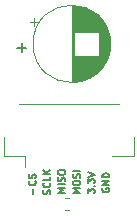
<source format=gbr>
G04 #@! TF.GenerationSoftware,KiCad,Pcbnew,(5.1.4)-1*
G04 #@! TF.CreationDate,2021-04-01T21:41:31+08:00*
G04 #@! TF.ProjectId,ma730,6d613733-302e-46b6-9963-61645f706362,rev?*
G04 #@! TF.SameCoordinates,Original*
G04 #@! TF.FileFunction,Legend,Top*
G04 #@! TF.FilePolarity,Positive*
%FSLAX46Y46*%
G04 Gerber Fmt 4.6, Leading zero omitted, Abs format (unit mm)*
G04 Created by KiCad (PCBNEW (5.1.4)-1) date 2021-04-01 21:41:31*
%MOMM*%
%LPD*%
G04 APERTURE LIST*
%ADD10C,0.150000*%
%ADD11C,0.120000*%
G04 APERTURE END LIST*
D10*
X100870000Y-112557142D02*
X100841428Y-112614285D01*
X100841428Y-112700000D01*
X100870000Y-112785714D01*
X100927142Y-112842857D01*
X100984285Y-112871428D01*
X101098571Y-112900000D01*
X101184285Y-112900000D01*
X101298571Y-112871428D01*
X101355714Y-112842857D01*
X101412857Y-112785714D01*
X101441428Y-112700000D01*
X101441428Y-112642857D01*
X101412857Y-112557142D01*
X101384285Y-112528571D01*
X101184285Y-112528571D01*
X101184285Y-112642857D01*
X101441428Y-112271428D02*
X100841428Y-112271428D01*
X101441428Y-111928571D01*
X100841428Y-111928571D01*
X101441428Y-111642857D02*
X100841428Y-111642857D01*
X100841428Y-111500000D01*
X100870000Y-111414285D01*
X100927142Y-111357142D01*
X100984285Y-111328571D01*
X101098571Y-111300000D01*
X101184285Y-111300000D01*
X101298571Y-111328571D01*
X101355714Y-111357142D01*
X101412857Y-111414285D01*
X101441428Y-111500000D01*
X101441428Y-111642857D01*
X99601428Y-112995714D02*
X99601428Y-112624285D01*
X99830000Y-112824285D01*
X99830000Y-112738571D01*
X99858571Y-112681428D01*
X99887142Y-112652857D01*
X99944285Y-112624285D01*
X100087142Y-112624285D01*
X100144285Y-112652857D01*
X100172857Y-112681428D01*
X100201428Y-112738571D01*
X100201428Y-112910000D01*
X100172857Y-112967142D01*
X100144285Y-112995714D01*
X100144285Y-112367142D02*
X100172857Y-112338571D01*
X100201428Y-112367142D01*
X100172857Y-112395714D01*
X100144285Y-112367142D01*
X100201428Y-112367142D01*
X99601428Y-112138571D02*
X99601428Y-111767142D01*
X99830000Y-111967142D01*
X99830000Y-111881428D01*
X99858571Y-111824285D01*
X99887142Y-111795714D01*
X99944285Y-111767142D01*
X100087142Y-111767142D01*
X100144285Y-111795714D01*
X100172857Y-111824285D01*
X100201428Y-111881428D01*
X100201428Y-112052857D01*
X100172857Y-112110000D01*
X100144285Y-112138571D01*
X99601428Y-111595714D02*
X100201428Y-111395714D01*
X99601428Y-111195714D01*
X94967857Y-113039285D02*
X94967857Y-112582142D01*
X95139285Y-111953571D02*
X95167857Y-111982142D01*
X95196428Y-112067857D01*
X95196428Y-112125000D01*
X95167857Y-112210714D01*
X95110714Y-112267857D01*
X95053571Y-112296428D01*
X94939285Y-112325000D01*
X94853571Y-112325000D01*
X94739285Y-112296428D01*
X94682142Y-112267857D01*
X94625000Y-112210714D01*
X94596428Y-112125000D01*
X94596428Y-112067857D01*
X94625000Y-111982142D01*
X94653571Y-111953571D01*
X95167857Y-111725000D02*
X95196428Y-111639285D01*
X95196428Y-111496428D01*
X95167857Y-111439285D01*
X95139285Y-111410714D01*
X95082142Y-111382142D01*
X95025000Y-111382142D01*
X94967857Y-111410714D01*
X94939285Y-111439285D01*
X94910714Y-111496428D01*
X94882142Y-111610714D01*
X94853571Y-111667857D01*
X94825000Y-111696428D01*
X94767857Y-111725000D01*
X94710714Y-111725000D01*
X94653571Y-111696428D01*
X94625000Y-111667857D01*
X94596428Y-111610714D01*
X94596428Y-111467857D01*
X94625000Y-111382142D01*
X96417857Y-113064285D02*
X96446428Y-112978571D01*
X96446428Y-112835714D01*
X96417857Y-112778571D01*
X96389285Y-112750000D01*
X96332142Y-112721428D01*
X96275000Y-112721428D01*
X96217857Y-112750000D01*
X96189285Y-112778571D01*
X96160714Y-112835714D01*
X96132142Y-112950000D01*
X96103571Y-113007142D01*
X96075000Y-113035714D01*
X96017857Y-113064285D01*
X95960714Y-113064285D01*
X95903571Y-113035714D01*
X95875000Y-113007142D01*
X95846428Y-112950000D01*
X95846428Y-112807142D01*
X95875000Y-112721428D01*
X96389285Y-112121428D02*
X96417857Y-112150000D01*
X96446428Y-112235714D01*
X96446428Y-112292857D01*
X96417857Y-112378571D01*
X96360714Y-112435714D01*
X96303571Y-112464285D01*
X96189285Y-112492857D01*
X96103571Y-112492857D01*
X95989285Y-112464285D01*
X95932142Y-112435714D01*
X95875000Y-112378571D01*
X95846428Y-112292857D01*
X95846428Y-112235714D01*
X95875000Y-112150000D01*
X95903571Y-112121428D01*
X96446428Y-111578571D02*
X96446428Y-111864285D01*
X95846428Y-111864285D01*
X96446428Y-111378571D02*
X95846428Y-111378571D01*
X96446428Y-111035714D02*
X96103571Y-111292857D01*
X95846428Y-111035714D02*
X96189285Y-111378571D01*
X97671428Y-112917857D02*
X97071428Y-112917857D01*
X97500000Y-112717857D01*
X97071428Y-112517857D01*
X97671428Y-112517857D01*
X97671428Y-112232142D02*
X97071428Y-112232142D01*
X97642857Y-111975000D02*
X97671428Y-111889285D01*
X97671428Y-111746428D01*
X97642857Y-111689285D01*
X97614285Y-111660714D01*
X97557142Y-111632142D01*
X97500000Y-111632142D01*
X97442857Y-111660714D01*
X97414285Y-111689285D01*
X97385714Y-111746428D01*
X97357142Y-111860714D01*
X97328571Y-111917857D01*
X97300000Y-111946428D01*
X97242857Y-111975000D01*
X97185714Y-111975000D01*
X97128571Y-111946428D01*
X97100000Y-111917857D01*
X97071428Y-111860714D01*
X97071428Y-111717857D01*
X97100000Y-111632142D01*
X97071428Y-111260714D02*
X97071428Y-111146428D01*
X97100000Y-111089285D01*
X97157142Y-111032142D01*
X97271428Y-111003571D01*
X97471428Y-111003571D01*
X97585714Y-111032142D01*
X97642857Y-111089285D01*
X97671428Y-111146428D01*
X97671428Y-111260714D01*
X97642857Y-111317857D01*
X97585714Y-111375000D01*
X97471428Y-111403571D01*
X97271428Y-111403571D01*
X97157142Y-111375000D01*
X97100000Y-111317857D01*
X97071428Y-111260714D01*
X98946428Y-112967857D02*
X98346428Y-112967857D01*
X98775000Y-112767857D01*
X98346428Y-112567857D01*
X98946428Y-112567857D01*
X98346428Y-112167857D02*
X98346428Y-112053571D01*
X98375000Y-111996428D01*
X98432142Y-111939285D01*
X98546428Y-111910714D01*
X98746428Y-111910714D01*
X98860714Y-111939285D01*
X98917857Y-111996428D01*
X98946428Y-112053571D01*
X98946428Y-112167857D01*
X98917857Y-112225000D01*
X98860714Y-112282142D01*
X98746428Y-112310714D01*
X98546428Y-112310714D01*
X98432142Y-112282142D01*
X98375000Y-112225000D01*
X98346428Y-112167857D01*
X98917857Y-111682142D02*
X98946428Y-111596428D01*
X98946428Y-111453571D01*
X98917857Y-111396428D01*
X98889285Y-111367857D01*
X98832142Y-111339285D01*
X98775000Y-111339285D01*
X98717857Y-111367857D01*
X98689285Y-111396428D01*
X98660714Y-111453571D01*
X98632142Y-111567857D01*
X98603571Y-111625000D01*
X98575000Y-111653571D01*
X98517857Y-111682142D01*
X98460714Y-111682142D01*
X98403571Y-111653571D01*
X98375000Y-111625000D01*
X98346428Y-111567857D01*
X98346428Y-111425000D01*
X98375000Y-111339285D01*
X98946428Y-111082142D02*
X98346428Y-111082142D01*
D11*
X95064759Y-98176000D02*
X95064759Y-98806000D01*
X94749759Y-98491000D02*
X95379759Y-98491000D01*
X101491000Y-99928000D02*
X101491000Y-100732000D01*
X101451000Y-99697000D02*
X101451000Y-100963000D01*
X101411000Y-99528000D02*
X101411000Y-101132000D01*
X101371000Y-99390000D02*
X101371000Y-101270000D01*
X101331000Y-99271000D02*
X101331000Y-101389000D01*
X101291000Y-99165000D02*
X101291000Y-101495000D01*
X101251000Y-99068000D02*
X101251000Y-101592000D01*
X101211000Y-98980000D02*
X101211000Y-101680000D01*
X101171000Y-98898000D02*
X101171000Y-101762000D01*
X101131000Y-98821000D02*
X101131000Y-101839000D01*
X101091000Y-98749000D02*
X101091000Y-101911000D01*
X101051000Y-98680000D02*
X101051000Y-101980000D01*
X101011000Y-98616000D02*
X101011000Y-102044000D01*
X100971000Y-98554000D02*
X100971000Y-102106000D01*
X100931000Y-98496000D02*
X100931000Y-102164000D01*
X100891000Y-98440000D02*
X100891000Y-102220000D01*
X100851000Y-98386000D02*
X100851000Y-102274000D01*
X100811000Y-98335000D02*
X100811000Y-102325000D01*
X100771000Y-98286000D02*
X100771000Y-102374000D01*
X100731000Y-98238000D02*
X100731000Y-102422000D01*
X100691000Y-98193000D02*
X100691000Y-102467000D01*
X100651000Y-98148000D02*
X100651000Y-102512000D01*
X100611000Y-98106000D02*
X100611000Y-102554000D01*
X100571000Y-98065000D02*
X100571000Y-102595000D01*
X100531000Y-101370000D02*
X100531000Y-102635000D01*
X100531000Y-98025000D02*
X100531000Y-99290000D01*
X100491000Y-101370000D02*
X100491000Y-102673000D01*
X100491000Y-97987000D02*
X100491000Y-99290000D01*
X100451000Y-101370000D02*
X100451000Y-102710000D01*
X100451000Y-97950000D02*
X100451000Y-99290000D01*
X100411000Y-101370000D02*
X100411000Y-102746000D01*
X100411000Y-97914000D02*
X100411000Y-99290000D01*
X100371000Y-101370000D02*
X100371000Y-102780000D01*
X100371000Y-97880000D02*
X100371000Y-99290000D01*
X100331000Y-101370000D02*
X100331000Y-102814000D01*
X100331000Y-97846000D02*
X100331000Y-99290000D01*
X100291000Y-101370000D02*
X100291000Y-102846000D01*
X100291000Y-97814000D02*
X100291000Y-99290000D01*
X100251000Y-101370000D02*
X100251000Y-102878000D01*
X100251000Y-97782000D02*
X100251000Y-99290000D01*
X100211000Y-101370000D02*
X100211000Y-102908000D01*
X100211000Y-97752000D02*
X100211000Y-99290000D01*
X100171000Y-101370000D02*
X100171000Y-102937000D01*
X100171000Y-97723000D02*
X100171000Y-99290000D01*
X100131000Y-101370000D02*
X100131000Y-102966000D01*
X100131000Y-97694000D02*
X100131000Y-99290000D01*
X100091000Y-101370000D02*
X100091000Y-102994000D01*
X100091000Y-97666000D02*
X100091000Y-99290000D01*
X100051000Y-101370000D02*
X100051000Y-103020000D01*
X100051000Y-97640000D02*
X100051000Y-99290000D01*
X100011000Y-101370000D02*
X100011000Y-103046000D01*
X100011000Y-97614000D02*
X100011000Y-99290000D01*
X99971000Y-101370000D02*
X99971000Y-103072000D01*
X99971000Y-97588000D02*
X99971000Y-99290000D01*
X99931000Y-101370000D02*
X99931000Y-103096000D01*
X99931000Y-97564000D02*
X99931000Y-99290000D01*
X99891000Y-101370000D02*
X99891000Y-103120000D01*
X99891000Y-97540000D02*
X99891000Y-99290000D01*
X99851000Y-101370000D02*
X99851000Y-103142000D01*
X99851000Y-97518000D02*
X99851000Y-99290000D01*
X99811000Y-101370000D02*
X99811000Y-103164000D01*
X99811000Y-97496000D02*
X99811000Y-99290000D01*
X99771000Y-101370000D02*
X99771000Y-103186000D01*
X99771000Y-97474000D02*
X99771000Y-99290000D01*
X99731000Y-101370000D02*
X99731000Y-103206000D01*
X99731000Y-97454000D02*
X99731000Y-99290000D01*
X99691000Y-101370000D02*
X99691000Y-103226000D01*
X99691000Y-97434000D02*
X99691000Y-99290000D01*
X99651000Y-101370000D02*
X99651000Y-103246000D01*
X99651000Y-97414000D02*
X99651000Y-99290000D01*
X99611000Y-101370000D02*
X99611000Y-103264000D01*
X99611000Y-97396000D02*
X99611000Y-99290000D01*
X99571000Y-101370000D02*
X99571000Y-103282000D01*
X99571000Y-97378000D02*
X99571000Y-99290000D01*
X99531000Y-101370000D02*
X99531000Y-103300000D01*
X99531000Y-97360000D02*
X99531000Y-99290000D01*
X99491000Y-101370000D02*
X99491000Y-103316000D01*
X99491000Y-97344000D02*
X99491000Y-99290000D01*
X99451000Y-101370000D02*
X99451000Y-103332000D01*
X99451000Y-97328000D02*
X99451000Y-99290000D01*
X99411000Y-101370000D02*
X99411000Y-103348000D01*
X99411000Y-97312000D02*
X99411000Y-99290000D01*
X99371000Y-101370000D02*
X99371000Y-103363000D01*
X99371000Y-97297000D02*
X99371000Y-99290000D01*
X99331000Y-101370000D02*
X99331000Y-103377000D01*
X99331000Y-97283000D02*
X99331000Y-99290000D01*
X99291000Y-101370000D02*
X99291000Y-103391000D01*
X99291000Y-97269000D02*
X99291000Y-99290000D01*
X99251000Y-101370000D02*
X99251000Y-103404000D01*
X99251000Y-97256000D02*
X99251000Y-99290000D01*
X99211000Y-101370000D02*
X99211000Y-103416000D01*
X99211000Y-97244000D02*
X99211000Y-99290000D01*
X99171000Y-101370000D02*
X99171000Y-103428000D01*
X99171000Y-97232000D02*
X99171000Y-99290000D01*
X99131000Y-101370000D02*
X99131000Y-103440000D01*
X99131000Y-97220000D02*
X99131000Y-99290000D01*
X99091000Y-101370000D02*
X99091000Y-103451000D01*
X99091000Y-97209000D02*
X99091000Y-99290000D01*
X99051000Y-101370000D02*
X99051000Y-103461000D01*
X99051000Y-97199000D02*
X99051000Y-99290000D01*
X99011000Y-101370000D02*
X99011000Y-103471000D01*
X99011000Y-97189000D02*
X99011000Y-99290000D01*
X98971000Y-101370000D02*
X98971000Y-103480000D01*
X98971000Y-97180000D02*
X98971000Y-99290000D01*
X98930000Y-101370000D02*
X98930000Y-103489000D01*
X98930000Y-97171000D02*
X98930000Y-99290000D01*
X98890000Y-101370000D02*
X98890000Y-103497000D01*
X98890000Y-97163000D02*
X98890000Y-99290000D01*
X98850000Y-101370000D02*
X98850000Y-103505000D01*
X98850000Y-97155000D02*
X98850000Y-99290000D01*
X98810000Y-101370000D02*
X98810000Y-103512000D01*
X98810000Y-97148000D02*
X98810000Y-99290000D01*
X98770000Y-101370000D02*
X98770000Y-103519000D01*
X98770000Y-97141000D02*
X98770000Y-99290000D01*
X98730000Y-101370000D02*
X98730000Y-103525000D01*
X98730000Y-97135000D02*
X98730000Y-99290000D01*
X98690000Y-101370000D02*
X98690000Y-103531000D01*
X98690000Y-97129000D02*
X98690000Y-99290000D01*
X98650000Y-101370000D02*
X98650000Y-103536000D01*
X98650000Y-97124000D02*
X98650000Y-99290000D01*
X98610000Y-101370000D02*
X98610000Y-103541000D01*
X98610000Y-97119000D02*
X98610000Y-99290000D01*
X98570000Y-101370000D02*
X98570000Y-103545000D01*
X98570000Y-97115000D02*
X98570000Y-99290000D01*
X98530000Y-101370000D02*
X98530000Y-103548000D01*
X98530000Y-97112000D02*
X98530000Y-99290000D01*
X98490000Y-101370000D02*
X98490000Y-103552000D01*
X98490000Y-97108000D02*
X98490000Y-99290000D01*
X98450000Y-97106000D02*
X98450000Y-103554000D01*
X98410000Y-97103000D02*
X98410000Y-103557000D01*
X98370000Y-97102000D02*
X98370000Y-103558000D01*
X98330000Y-97100000D02*
X98330000Y-103560000D01*
X98290000Y-97100000D02*
X98290000Y-103560000D01*
X98250000Y-97100000D02*
X98250000Y-103560000D01*
X101520000Y-100330000D02*
G75*
G03X101520000Y-100330000I-3270000J0D01*
G01*
X93785000Y-105390000D02*
X102215000Y-105390000D01*
X103485000Y-109860000D02*
X101685000Y-109860000D01*
X103485000Y-108260000D02*
X103485000Y-109860000D01*
X94315000Y-109860000D02*
X94315000Y-110800000D01*
X92515000Y-109860000D02*
X94315000Y-109860000D01*
X92515000Y-108260000D02*
X92515000Y-109860000D01*
X97678733Y-114410000D02*
X98021267Y-114410000D01*
X97678733Y-113390000D02*
X98021267Y-113390000D01*
D10*
X93619047Y-100651428D02*
X94380952Y-100651428D01*
X94000000Y-101032380D02*
X94000000Y-100270476D01*
M02*

</source>
